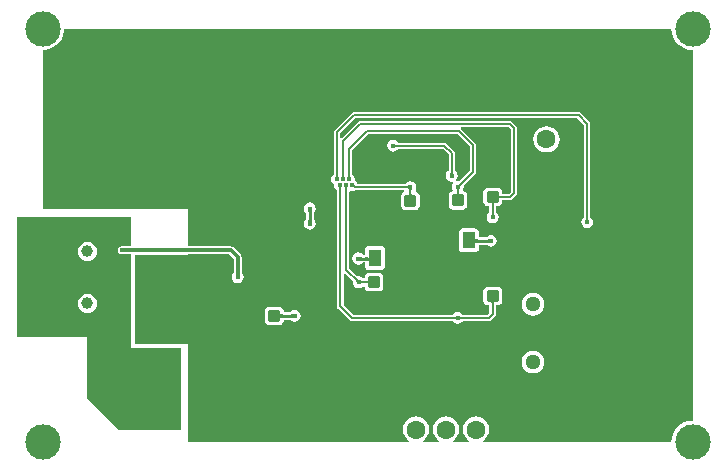
<source format=gbl>
G04*
G04 #@! TF.GenerationSoftware,Altium Limited,Altium Designer,21.0.8 (223)*
G04*
G04 Layer_Physical_Order=2*
G04 Layer_Color=16711680*
%FSLAX24Y24*%
%MOIN*%
G70*
G04*
G04 #@! TF.SameCoordinates,8C0F5777-7222-4B99-86F0-090FC40BF16C*
G04*
G04*
G04 #@! TF.FilePolarity,Positive*
G04*
G01*
G75*
%ADD11C,0.0118*%
G04:AMPARAMS|DCode=12|XSize=37.4mil|YSize=37.4mil|CornerRadius=1.9mil|HoleSize=0mil|Usage=FLASHONLY|Rotation=180.000|XOffset=0mil|YOffset=0mil|HoleType=Round|Shape=RoundedRectangle|*
%AMROUNDEDRECTD12*
21,1,0.0374,0.0337,0,0,180.0*
21,1,0.0337,0.0374,0,0,180.0*
1,1,0.0037,-0.0168,0.0168*
1,1,0.0037,0.0168,0.0168*
1,1,0.0037,0.0168,-0.0168*
1,1,0.0037,-0.0168,-0.0168*
%
%ADD12ROUNDEDRECTD12*%
G04:AMPARAMS|DCode=13|XSize=43.3mil|YSize=55.1mil|CornerRadius=2.2mil|HoleSize=0mil|Usage=FLASHONLY|Rotation=0.000|XOffset=0mil|YOffset=0mil|HoleType=Round|Shape=RoundedRectangle|*
%AMROUNDEDRECTD13*
21,1,0.0433,0.0508,0,0,0.0*
21,1,0.0390,0.0551,0,0,0.0*
1,1,0.0043,0.0195,-0.0254*
1,1,0.0043,-0.0195,-0.0254*
1,1,0.0043,-0.0195,0.0254*
1,1,0.0043,0.0195,0.0254*
%
%ADD13ROUNDEDRECTD13*%
G04:AMPARAMS|DCode=19|XSize=37.4mil|YSize=37.4mil|CornerRadius=1.9mil|HoleSize=0mil|Usage=FLASHONLY|Rotation=90.000|XOffset=0mil|YOffset=0mil|HoleType=Round|Shape=RoundedRectangle|*
%AMROUNDEDRECTD19*
21,1,0.0374,0.0337,0,0,90.0*
21,1,0.0337,0.0374,0,0,90.0*
1,1,0.0037,0.0168,0.0168*
1,1,0.0037,0.0168,-0.0168*
1,1,0.0037,-0.0168,-0.0168*
1,1,0.0037,-0.0168,0.0168*
%
%ADD19ROUNDEDRECTD19*%
%ADD45C,0.0240*%
%ADD46C,0.0065*%
%ADD47C,0.0100*%
%ADD51C,0.0512*%
%ADD52C,0.0630*%
%ADD53C,0.1181*%
%ADD54C,0.0394*%
%ADD55R,0.0630X0.0630*%
%ADD56C,0.0160*%
G36*
X5820Y14764D02*
Y8750D01*
X984D01*
Y9194D01*
Y14055D01*
X1054D01*
X1191Y14082D01*
X1320Y14136D01*
X1436Y14213D01*
X1535Y14312D01*
X1612Y14428D01*
X1666Y14557D01*
X1693Y14694D01*
Y14764D01*
X5820Y14764D01*
D02*
G37*
G36*
X21939Y14625D02*
X21980Y14491D01*
X22046Y14368D01*
X22134Y14260D01*
X22242Y14172D01*
X22365Y14106D01*
X22499Y14065D01*
X22638Y14052D01*
X22638Y1696D01*
X22499Y1683D01*
X22365Y1642D01*
X22242Y1576D01*
X22134Y1488D01*
X22046Y1380D01*
X21980Y1257D01*
X21939Y1123D01*
X21926Y984D01*
X15672D01*
X15655Y1034D01*
X15729Y1091D01*
X15798Y1182D01*
X15842Y1287D01*
X15857Y1400D01*
X15842Y1513D01*
X15798Y1618D01*
X15729Y1709D01*
X15638Y1778D01*
X15533Y1822D01*
X15420Y1837D01*
X15307Y1822D01*
X15202Y1778D01*
X15111Y1709D01*
X15042Y1618D01*
X14998Y1513D01*
X14983Y1400D01*
X14998Y1287D01*
X15042Y1182D01*
X15111Y1091D01*
X15185Y1034D01*
X15168Y984D01*
X14672D01*
X14655Y1034D01*
X14729Y1091D01*
X14798Y1182D01*
X14842Y1287D01*
X14857Y1400D01*
X14842Y1513D01*
X14798Y1618D01*
X14729Y1709D01*
X14638Y1778D01*
X14533Y1822D01*
X14420Y1837D01*
X14307Y1822D01*
X14202Y1778D01*
X14111Y1709D01*
X14042Y1618D01*
X13998Y1513D01*
X13983Y1400D01*
X13998Y1287D01*
X14042Y1182D01*
X14111Y1091D01*
X14185Y1034D01*
X14168Y984D01*
X13672D01*
X13655Y1034D01*
X13729Y1091D01*
X13798Y1182D01*
X13842Y1287D01*
X13857Y1400D01*
X13842Y1513D01*
X13798Y1618D01*
X13729Y1709D01*
X13638Y1778D01*
X13533Y1822D01*
X13420Y1837D01*
X13307Y1822D01*
X13202Y1778D01*
X13111Y1709D01*
X13042Y1618D01*
X12998Y1513D01*
X12983Y1400D01*
X12998Y1287D01*
X13042Y1182D01*
X13111Y1091D01*
X13185Y1034D01*
X13168Y984D01*
X5820D01*
X5820Y4250D01*
X5592D01*
X5590Y4250D01*
X4050Y4250D01*
Y7230D01*
X5820D01*
Y7248D01*
X7195D01*
X7348Y7095D01*
Y6630D01*
X7337Y6623D01*
X7293Y6557D01*
X7278Y6480D01*
X7293Y6403D01*
X7337Y6337D01*
X7403Y6293D01*
X7480Y6278D01*
X7557Y6293D01*
X7623Y6337D01*
X7667Y6403D01*
X7682Y6480D01*
X7667Y6557D01*
X7623Y6623D01*
X7612Y6630D01*
Y7150D01*
X7602Y7201D01*
X7574Y7244D01*
X7344Y7474D01*
X7301Y7502D01*
X7250Y7512D01*
X7250Y7512D01*
X5820D01*
X5820Y14764D01*
X21926Y14764D01*
X21939Y14625D01*
D02*
G37*
G36*
X3925Y8500D02*
Y7512D01*
X3620D01*
X3569Y7502D01*
X3526Y7474D01*
X3498Y7431D01*
X3488Y7380D01*
X3498Y7329D01*
X3526Y7286D01*
X3569Y7258D01*
X3620Y7248D01*
X3925D01*
Y4470D01*
X3925D01*
D01*
X3925Y4130D01*
X5590Y4130D01*
X5590Y1390D01*
X3510D01*
X2440Y2460D01*
Y4470D01*
X132Y4470D01*
Y8500D01*
X3925Y8500D01*
D02*
G37*
%LPC*%
G36*
X17770Y11517D02*
X17657Y11502D01*
X17552Y11458D01*
X17461Y11389D01*
X17392Y11298D01*
X17348Y11193D01*
X17333Y11080D01*
X17348Y10967D01*
X17392Y10862D01*
X17461Y10771D01*
X17552Y10702D01*
X17657Y10658D01*
X17770Y10643D01*
X17883Y10658D01*
X17988Y10702D01*
X18079Y10771D01*
X18148Y10862D01*
X18192Y10967D01*
X18207Y11080D01*
X18192Y11193D01*
X18148Y11298D01*
X18079Y11389D01*
X17988Y11458D01*
X17883Y11502D01*
X17770Y11517D01*
D02*
G37*
G36*
X18840Y11995D02*
X11360D01*
X11319Y11987D01*
X11285Y11965D01*
X11285Y11965D01*
X10715Y11395D01*
X10693Y11361D01*
X10685Y11320D01*
Y9921D01*
X10641Y9892D01*
X10597Y9827D01*
X10582Y9749D01*
X10597Y9672D01*
X10641Y9607D01*
X10687Y9576D01*
X10682Y9549D01*
X10697Y9472D01*
X10741Y9407D01*
X10795Y9371D01*
Y5505D01*
X10803Y5464D01*
X10825Y5430D01*
X11205Y5050D01*
X11240Y5027D01*
X11280Y5019D01*
X14646D01*
X14671Y4982D01*
X14736Y4938D01*
X14814Y4923D01*
X14891Y4938D01*
X14957Y4982D01*
X14982Y5019D01*
X15845D01*
X15885Y5027D01*
X15919Y5050D01*
X16050Y5181D01*
X16050Y5181D01*
X16073Y5215D01*
X16081Y5255D01*
Y5541D01*
X16143D01*
X16197Y5551D01*
X16242Y5581D01*
X16272Y5627D01*
X16283Y5680D01*
Y6017D01*
X16272Y6070D01*
X16242Y6115D01*
X16197Y6146D01*
X16143Y6156D01*
X15807D01*
X15754Y6146D01*
X15708Y6115D01*
X15678Y6070D01*
X15667Y6017D01*
Y5680D01*
X15678Y5627D01*
X15708Y5581D01*
X15754Y5551D01*
X15807Y5541D01*
X15870D01*
Y5299D01*
X15801Y5230D01*
X14982D01*
X14957Y5267D01*
X14891Y5311D01*
X14814Y5327D01*
X14736Y5311D01*
X14671Y5267D01*
X14646Y5230D01*
X11324D01*
X11005Y5548D01*
Y6597D01*
X11055Y6618D01*
X11316Y6358D01*
X11307Y6313D01*
X11322Y6236D01*
X11366Y6171D01*
X11432Y6127D01*
X11509Y6111D01*
X11586Y6127D01*
X11652Y6171D01*
X11661Y6184D01*
X11711Y6169D01*
Y6145D01*
X11721Y6092D01*
X11752Y6047D01*
X11797Y6016D01*
X11850Y6006D01*
X12187D01*
X12240Y6016D01*
X12285Y6047D01*
X12316Y6092D01*
X12326Y6145D01*
Y6482D01*
X12316Y6535D01*
X12285Y6580D01*
X12240Y6611D01*
X12187Y6621D01*
X11850D01*
X11797Y6611D01*
X11752Y6580D01*
X11721Y6535D01*
X11711Y6482D01*
Y6458D01*
X11661Y6443D01*
X11652Y6456D01*
X11586Y6500D01*
X11509Y6515D01*
X11465Y6507D01*
X11195Y6776D01*
Y9315D01*
X11245Y9355D01*
X11284Y9347D01*
X11361Y9363D01*
X11385Y9379D01*
X11393Y9377D01*
X13025D01*
X13030Y9327D01*
X13014Y9324D01*
X12968Y9294D01*
X12938Y9248D01*
X12927Y9195D01*
Y8858D01*
X12938Y8805D01*
X12968Y8760D01*
X13014Y8730D01*
X13067Y8719D01*
X13404D01*
X13457Y8730D01*
X13502Y8760D01*
X13532Y8805D01*
X13543Y8858D01*
Y9195D01*
X13532Y9248D01*
X13502Y9294D01*
X13457Y9324D01*
X13431Y9329D01*
X13407Y9381D01*
X13407Y9383D01*
X13422Y9405D01*
X13437Y9483D01*
X13422Y9560D01*
X13378Y9626D01*
X13313Y9669D01*
X13235Y9685D01*
X13158Y9669D01*
X13092Y9626D01*
X13067Y9588D01*
X11478D01*
X11471Y9627D01*
X11427Y9692D01*
X11381Y9723D01*
X11386Y9749D01*
X11371Y9827D01*
X11327Y9892D01*
X11295Y9913D01*
Y10716D01*
X11824Y11245D01*
X14806D01*
X15215Y10836D01*
Y10029D01*
X14862Y9676D01*
X14818Y9685D01*
X14782Y9678D01*
X14766Y9699D01*
X14757Y9724D01*
X14797Y9783D01*
X14812Y9860D01*
X14797Y9937D01*
X14753Y10003D01*
X14715Y10028D01*
Y10620D01*
X14707Y10660D01*
X14685Y10695D01*
X14445Y10935D01*
X14410Y10957D01*
X14370Y10965D01*
X12828D01*
X12803Y11003D01*
X12737Y11047D01*
X12660Y11062D01*
X12583Y11047D01*
X12517Y11003D01*
X12473Y10937D01*
X12458Y10860D01*
X12473Y10783D01*
X12517Y10717D01*
X12583Y10673D01*
X12660Y10658D01*
X12737Y10673D01*
X12803Y10717D01*
X12828Y10755D01*
X14326D01*
X14505Y10576D01*
Y10028D01*
X14467Y10003D01*
X14423Y9937D01*
X14408Y9860D01*
X14423Y9783D01*
X14467Y9717D01*
X14533Y9673D01*
X14610Y9658D01*
X14646Y9665D01*
X14661Y9644D01*
X14670Y9619D01*
X14631Y9560D01*
X14616Y9483D01*
X14631Y9405D01*
X14639Y9393D01*
X14616Y9338D01*
X14592Y9334D01*
X14547Y9304D01*
X14517Y9258D01*
X14506Y9205D01*
Y8868D01*
X14517Y8815D01*
X14547Y8770D01*
X14592Y8739D01*
X14645Y8729D01*
X14982D01*
X15035Y8739D01*
X15081Y8770D01*
X15111Y8815D01*
X15122Y8868D01*
Y9205D01*
X15111Y9258D01*
X15081Y9304D01*
X15035Y9334D01*
X15019Y9337D01*
X14996Y9393D01*
X15004Y9405D01*
X15020Y9483D01*
X15011Y9527D01*
X15395Y9911D01*
X15395Y9911D01*
X15417Y9945D01*
X15425Y9985D01*
X15425Y9985D01*
Y10880D01*
X15417Y10920D01*
X15395Y10955D01*
X15395Y10955D01*
X14925Y11425D01*
X14909Y11435D01*
X14925Y11485D01*
X16496D01*
X16575Y11406D01*
Y9324D01*
X16515Y9265D01*
X16283D01*
Y9327D01*
X16272Y9381D01*
X16242Y9426D01*
X16197Y9456D01*
X16143Y9467D01*
X15807D01*
X15754Y9456D01*
X15708Y9426D01*
X15678Y9381D01*
X15667Y9327D01*
Y8991D01*
X15678Y8937D01*
X15708Y8892D01*
X15754Y8862D01*
X15807Y8851D01*
X15870D01*
Y8647D01*
X15832Y8622D01*
X15789Y8556D01*
X15773Y8479D01*
X15789Y8401D01*
X15832Y8336D01*
X15898Y8292D01*
X15975Y8277D01*
X16052Y8292D01*
X16118Y8336D01*
X16162Y8401D01*
X16177Y8479D01*
X16162Y8556D01*
X16118Y8622D01*
X16081Y8647D01*
Y8851D01*
X16143D01*
X16197Y8862D01*
X16242Y8892D01*
X16272Y8937D01*
X16283Y8991D01*
Y9054D01*
X16559D01*
X16599Y9062D01*
X16634Y9085D01*
X16755Y9205D01*
X16777Y9240D01*
X16785Y9280D01*
X16785Y9280D01*
Y11450D01*
X16785Y11450D01*
X16777Y11490D01*
X16755Y11525D01*
X16615Y11665D01*
X16580Y11687D01*
X16540Y11695D01*
X11570D01*
X11570Y11695D01*
X11530Y11687D01*
X11495Y11665D01*
X10945Y11114D01*
X10895Y11135D01*
Y11277D01*
X11403Y11785D01*
X18796D01*
X19022Y11559D01*
Y8483D01*
X18985Y8458D01*
X18941Y8393D01*
X18926Y8316D01*
X18941Y8238D01*
X18985Y8173D01*
X19050Y8129D01*
X19128Y8114D01*
X19205Y8129D01*
X19271Y8173D01*
X19314Y8238D01*
X19330Y8316D01*
X19314Y8393D01*
X19271Y8458D01*
X19233Y8483D01*
Y11602D01*
X19233Y11602D01*
X19225Y11643D01*
X19202Y11677D01*
X19202Y11677D01*
X18915Y11965D01*
X18880Y11987D01*
X18840Y11995D01*
D02*
G37*
G36*
X9882Y8970D02*
X9805Y8955D01*
X9739Y8911D01*
X9695Y8845D01*
X9680Y8768D01*
X9695Y8691D01*
X9739Y8625D01*
X9759Y8612D01*
Y8417D01*
X9739Y8403D01*
X9695Y8338D01*
X9680Y8261D01*
X9695Y8183D01*
X9739Y8118D01*
X9805Y8074D01*
X9882Y8059D01*
X9959Y8074D01*
X10025Y8118D01*
X10069Y8183D01*
X10084Y8261D01*
X10069Y8338D01*
X10025Y8403D01*
X10005Y8417D01*
Y8612D01*
X10025Y8625D01*
X10069Y8691D01*
X10084Y8768D01*
X10069Y8845D01*
X10025Y8911D01*
X9959Y8955D01*
X9882Y8970D01*
D02*
G37*
G36*
X15376Y8107D02*
X14986D01*
X14931Y8096D01*
X14885Y8065D01*
X14854Y8019D01*
X14843Y7964D01*
Y7457D01*
X14854Y7402D01*
X14885Y7356D01*
X14931Y7325D01*
X14986Y7314D01*
X15376D01*
X15430Y7325D01*
X15476Y7356D01*
X15507Y7402D01*
X15518Y7457D01*
Y7568D01*
X15760D01*
X15773Y7549D01*
X15839Y7505D01*
X15916Y7489D01*
X15993Y7505D01*
X16059Y7549D01*
X16103Y7614D01*
X16118Y7691D01*
X16103Y7769D01*
X16059Y7834D01*
X15993Y7878D01*
X15916Y7893D01*
X15839Y7878D01*
X15773Y7834D01*
X15760Y7815D01*
X15518D01*
Y7964D01*
X15507Y8019D01*
X15476Y8065D01*
X15430Y8096D01*
X15376Y8107D01*
D02*
G37*
G36*
X12243Y7517D02*
X11853D01*
X11799Y7506D01*
X11752Y7475D01*
X11721Y7429D01*
X11711Y7374D01*
Y7224D01*
X11653D01*
X11640Y7244D01*
X11574Y7287D01*
X11497Y7303D01*
X11420Y7287D01*
X11354Y7244D01*
X11310Y7178D01*
X11295Y7101D01*
X11310Y7023D01*
X11354Y6958D01*
X11420Y6914D01*
X11497Y6899D01*
X11574Y6914D01*
X11640Y6958D01*
X11653Y6978D01*
X11711D01*
Y6867D01*
X11721Y6812D01*
X11752Y6766D01*
X11799Y6735D01*
X11853Y6724D01*
X12243D01*
X12297Y6735D01*
X12344Y6766D01*
X12375Y6812D01*
X12385Y6867D01*
Y7374D01*
X12375Y7429D01*
X12344Y7475D01*
X12297Y7506D01*
X12243Y7517D01*
D02*
G37*
G36*
X17324Y5954D02*
X17226Y5941D01*
X17135Y5903D01*
X17057Y5844D01*
X16997Y5765D01*
X16959Y5674D01*
X16947Y5577D01*
X16959Y5479D01*
X16997Y5388D01*
X17057Y5310D01*
X17135Y5250D01*
X17226Y5212D01*
X17324Y5200D01*
X17421Y5212D01*
X17512Y5250D01*
X17591Y5310D01*
X17650Y5388D01*
X17688Y5479D01*
X17701Y5577D01*
X17688Y5674D01*
X17650Y5765D01*
X17591Y5844D01*
X17512Y5903D01*
X17421Y5941D01*
X17324Y5954D01*
D02*
G37*
G36*
X8867Y5499D02*
X8530D01*
X8477Y5489D01*
X8431Y5458D01*
X8401Y5413D01*
X8391Y5360D01*
Y5023D01*
X8401Y4970D01*
X8431Y4924D01*
X8477Y4894D01*
X8530Y4884D01*
X8867D01*
X8920Y4894D01*
X8965Y4924D01*
X8996Y4970D01*
X9006Y5023D01*
Y5068D01*
X9225D01*
X9238Y5049D01*
X9303Y5005D01*
X9381Y4989D01*
X9458Y5005D01*
X9524Y5049D01*
X9567Y5114D01*
X9583Y5191D01*
X9567Y5269D01*
X9524Y5334D01*
X9458Y5378D01*
X9381Y5393D01*
X9303Y5378D01*
X9238Y5334D01*
X9225Y5315D01*
X9006D01*
Y5360D01*
X8996Y5413D01*
X8965Y5458D01*
X8920Y5489D01*
X8867Y5499D01*
D02*
G37*
G36*
X17324Y4033D02*
X17226Y4020D01*
X17135Y3982D01*
X17057Y3922D01*
X16997Y3844D01*
X16959Y3753D01*
X16947Y3656D01*
X16959Y3558D01*
X16997Y3467D01*
X17057Y3389D01*
X17135Y3329D01*
X17226Y3291D01*
X17324Y3278D01*
X17421Y3291D01*
X17512Y3329D01*
X17591Y3389D01*
X17650Y3467D01*
X17688Y3558D01*
X17701Y3656D01*
X17688Y3753D01*
X17650Y3844D01*
X17591Y3922D01*
X17512Y3982D01*
X17421Y4020D01*
X17324Y4033D01*
D02*
G37*
%LPD*%
G36*
X12722Y10912D02*
X12727Y10908D01*
X12733Y10904D01*
X12738Y10901D01*
X12745Y10898D01*
X12751Y10896D01*
X12758Y10895D01*
X12765Y10893D01*
X12773Y10893D01*
X12781Y10892D01*
Y10827D01*
X12773Y10827D01*
X12765Y10827D01*
X12758Y10825D01*
X12751Y10824D01*
X12745Y10822D01*
X12738Y10819D01*
X12733Y10816D01*
X12727Y10812D01*
X12722Y10808D01*
X12717Y10804D01*
Y10916D01*
X12722Y10912D01*
D02*
G37*
G36*
X14643Y9973D02*
X14643Y9965D01*
X14645Y9958D01*
X14646Y9951D01*
X14648Y9945D01*
X14651Y9938D01*
X14654Y9933D01*
X14658Y9927D01*
X14662Y9922D01*
X14666Y9917D01*
X14554D01*
X14558Y9922D01*
X14562Y9927D01*
X14566Y9933D01*
X14569Y9938D01*
X14572Y9945D01*
X14574Y9951D01*
X14575Y9958D01*
X14577Y9965D01*
X14577Y9973D01*
X14577Y9981D01*
X14642D01*
X14643Y9973D01*
D02*
G37*
G36*
X11222Y9868D02*
X11223Y9860D01*
X11223Y9852D01*
X11224Y9845D01*
X11226Y9838D01*
X11228Y9831D01*
X11230Y9825D01*
X11233Y9818D01*
X11236Y9813D01*
X11240Y9807D01*
X11244Y9802D01*
X11132Y9811D01*
X11137Y9815D01*
X11141Y9820D01*
X11145Y9825D01*
X11148Y9831D01*
X11151Y9837D01*
X11153Y9843D01*
X11155Y9850D01*
X11157Y9857D01*
X11157Y9865D01*
X11157Y9873D01*
X11222Y9868D01*
D02*
G37*
G36*
X11022D02*
X11023Y9860D01*
X11023Y9852D01*
X11024Y9845D01*
X11026Y9838D01*
X11028Y9831D01*
X11030Y9825D01*
X11033Y9818D01*
X11036Y9813D01*
X11040Y9807D01*
X11044Y9802D01*
X10932Y9811D01*
X10937Y9815D01*
X10941Y9820D01*
X10945Y9825D01*
X10948Y9831D01*
X10951Y9837D01*
X10953Y9843D01*
X10955Y9850D01*
X10956Y9857D01*
X10957Y9865D01*
X10957Y9873D01*
X11022Y9868D01*
D02*
G37*
G36*
X10822D02*
X10823Y9860D01*
X10823Y9852D01*
X10824Y9845D01*
X10826Y9838D01*
X10828Y9831D01*
X10830Y9825D01*
X10833Y9818D01*
X10836Y9813D01*
X10840Y9807D01*
X10844Y9802D01*
X10732Y9811D01*
X10737Y9815D01*
X10741Y9820D01*
X10745Y9825D01*
X10748Y9831D01*
X10751Y9837D01*
X10753Y9843D01*
X10755Y9850D01*
X10756Y9857D01*
X10757Y9865D01*
X10757Y9873D01*
X10822Y9868D01*
D02*
G37*
G36*
X14926Y9545D02*
X14921Y9539D01*
X14916Y9534D01*
X14911Y9528D01*
X14908Y9522D01*
X14905Y9515D01*
X14902Y9509D01*
X14900Y9503D01*
X14899Y9496D01*
X14898Y9490D01*
X14898Y9483D01*
X14818Y9563D01*
X14825Y9563D01*
X14831Y9564D01*
X14838Y9565D01*
X14844Y9567D01*
X14850Y9570D01*
X14856Y9573D01*
X14862Y9577D01*
X14868Y9581D01*
X14874Y9586D01*
X14880Y9591D01*
X14926Y9545D01*
D02*
G37*
G36*
X11361Y9573D02*
X11363Y9568D01*
X11370Y9558D01*
X11373Y9552D01*
X11382Y9541D01*
X11392Y9530D01*
X11397Y9524D01*
X11370Y9460D01*
X11365Y9465D01*
X11359Y9469D01*
X11354Y9473D01*
X11348Y9475D01*
X11342Y9477D01*
X11337Y9479D01*
X11331Y9479D01*
X11326Y9479D01*
X11320Y9477D01*
X11315Y9476D01*
X11359Y9579D01*
X11361Y9573D01*
D02*
G37*
G36*
X13178Y9427D02*
X13173Y9431D01*
X13168Y9435D01*
X13163Y9439D01*
X13157Y9442D01*
X13151Y9444D01*
X13144Y9446D01*
X13137Y9448D01*
X13130Y9449D01*
X13122Y9450D01*
X13114Y9450D01*
Y9515D01*
X13122Y9515D01*
X13130Y9516D01*
X13137Y9517D01*
X13144Y9519D01*
X13151Y9521D01*
X13157Y9524D01*
X13163Y9527D01*
X13168Y9530D01*
X13173Y9534D01*
X13178Y9539D01*
Y9427D01*
D02*
G37*
G36*
X11140Y9492D02*
X11136Y9486D01*
X11133Y9480D01*
X11130Y9474D01*
X11128Y9468D01*
X11126Y9461D01*
X11124Y9454D01*
X11123Y9447D01*
X11123Y9439D01*
X11122Y9431D01*
X11057Y9426D01*
X11057Y9434D01*
X11056Y9442D01*
X11055Y9449D01*
X11053Y9456D01*
X11051Y9462D01*
X11048Y9468D01*
X11045Y9474D01*
X11041Y9479D01*
X11037Y9484D01*
X11032Y9488D01*
X11144Y9497D01*
X11140Y9492D01*
D02*
G37*
G36*
X10947Y9499D02*
X10944Y9494D01*
X10941Y9488D01*
X10939Y9481D01*
X10937Y9475D01*
X10935Y9468D01*
X10934Y9461D01*
X10933Y9453D01*
X10933Y9438D01*
X10868Y9423D01*
X10867Y9431D01*
X10866Y9439D01*
X10865Y9446D01*
X10863Y9453D01*
X10861Y9459D01*
X10858Y9464D01*
X10854Y9470D01*
X10850Y9474D01*
X10846Y9479D01*
X10841Y9482D01*
X10950Y9505D01*
X10947Y9499D01*
D02*
G37*
G36*
X14869Y9421D02*
X14865Y9416D01*
X14862Y9410D01*
X14858Y9404D01*
X14856Y9398D01*
X14854Y9391D01*
X14852Y9385D01*
X14851Y9377D01*
X14850Y9370D01*
X14850Y9362D01*
X14785D01*
X14785Y9370D01*
X14784Y9377D01*
X14783Y9385D01*
X14781Y9391D01*
X14779Y9398D01*
X14777Y9404D01*
X14774Y9410D01*
X14770Y9416D01*
X14766Y9421D01*
X14762Y9426D01*
X14874D01*
X14869Y9421D01*
D02*
G37*
G36*
X13287D02*
X13283Y9416D01*
X13279Y9410D01*
X13276Y9404D01*
X13274Y9398D01*
X13271Y9391D01*
X13270Y9385D01*
X13269Y9377D01*
X13268Y9370D01*
X13268Y9362D01*
X13203D01*
X13202Y9370D01*
X13202Y9377D01*
X13201Y9385D01*
X13199Y9391D01*
X13197Y9398D01*
X13194Y9404D01*
X13191Y9410D01*
X13188Y9416D01*
X13184Y9421D01*
X13179Y9426D01*
X13291D01*
X13287Y9421D01*
D02*
G37*
G36*
X14850Y9276D02*
X14851Y9265D01*
X14853Y9255D01*
X14855Y9247D01*
X14858Y9239D01*
X14862Y9233D01*
X14866Y9229D01*
X14871Y9225D01*
X14876Y9223D01*
X14883Y9223D01*
X14753D01*
X14759Y9223D01*
X14764Y9225D01*
X14769Y9229D01*
X14773Y9233D01*
X14777Y9239D01*
X14780Y9247D01*
X14782Y9255D01*
X14784Y9265D01*
X14785Y9276D01*
X14785Y9289D01*
X14850D01*
X14850Y9276D01*
D02*
G37*
G36*
X13268Y9266D02*
X13269Y9255D01*
X13271Y9245D01*
X13273Y9237D01*
X13276Y9229D01*
X13279Y9223D01*
X13284Y9219D01*
X13289Y9215D01*
X13294Y9213D01*
X13300Y9213D01*
X13170D01*
X13176Y9213D01*
X13182Y9215D01*
X13187Y9219D01*
X13191Y9223D01*
X13195Y9229D01*
X13198Y9237D01*
X13200Y9245D01*
X13201Y9255D01*
X13202Y9266D01*
X13203Y9279D01*
X13268D01*
X13268Y9266D01*
D02*
G37*
G36*
X16162Y9218D02*
X16164Y9212D01*
X16167Y9208D01*
X16172Y9203D01*
X16178Y9200D01*
X16185Y9197D01*
X16194Y9195D01*
X16204Y9193D01*
X16215Y9192D01*
X16227Y9192D01*
Y9127D01*
X16215Y9126D01*
X16204Y9125D01*
X16194Y9124D01*
X16185Y9121D01*
X16178Y9119D01*
X16172Y9115D01*
X16167Y9111D01*
X16164Y9106D01*
X16162Y9100D01*
X16161Y9094D01*
Y9224D01*
X16162Y9218D01*
D02*
G37*
G36*
X16034Y8972D02*
X16028Y8970D01*
X16024Y8967D01*
X16019Y8963D01*
X16016Y8957D01*
X16013Y8949D01*
X16011Y8941D01*
X16009Y8931D01*
X16008Y8919D01*
X16008Y8907D01*
X15943D01*
X15942Y8919D01*
X15941Y8931D01*
X15940Y8941D01*
X15937Y8949D01*
X15935Y8957D01*
X15931Y8963D01*
X15927Y8967D01*
X15922Y8970D01*
X15916Y8972D01*
X15910Y8973D01*
X16040D01*
X16034Y8972D01*
D02*
G37*
G36*
X16008Y8592D02*
X16009Y8584D01*
X16010Y8577D01*
X16011Y8570D01*
X16014Y8563D01*
X16016Y8557D01*
X16019Y8551D01*
X16023Y8546D01*
X16027Y8541D01*
X16031Y8536D01*
X15919D01*
X15924Y8541D01*
X15928Y8546D01*
X15931Y8551D01*
X15934Y8557D01*
X15937Y8563D01*
X15939Y8570D01*
X15941Y8577D01*
X15942Y8584D01*
X15942Y8592D01*
X15943Y8600D01*
X16008D01*
X16008Y8592D01*
D02*
G37*
G36*
X19160Y8429D02*
X19161Y8421D01*
X19162Y8414D01*
X19164Y8407D01*
X19166Y8400D01*
X19169Y8394D01*
X19172Y8388D01*
X19175Y8383D01*
X19179Y8378D01*
X19184Y8373D01*
X19072D01*
X19076Y8378D01*
X19080Y8383D01*
X19084Y8388D01*
X19087Y8394D01*
X19089Y8400D01*
X19091Y8407D01*
X19093Y8414D01*
X19094Y8421D01*
X19095Y8429D01*
X19095Y8437D01*
X19160D01*
X19160Y8429D01*
D02*
G37*
G36*
X11452Y6417D02*
X11458Y6412D01*
X11464Y6407D01*
X11470Y6404D01*
X11476Y6400D01*
X11482Y6398D01*
X11489Y6396D01*
X11495Y6394D01*
X11501Y6394D01*
X11508Y6393D01*
X11429Y6314D01*
X11429Y6321D01*
X11428Y6327D01*
X11426Y6334D01*
X11424Y6340D01*
X11422Y6346D01*
X11419Y6352D01*
X11415Y6358D01*
X11411Y6364D01*
X11406Y6370D01*
X11400Y6376D01*
X11446Y6422D01*
X11452Y6417D01*
D02*
G37*
G36*
X11571Y6365D02*
X11576Y6361D01*
X11581Y6357D01*
X11587Y6354D01*
X11593Y6352D01*
X11600Y6350D01*
X11607Y6348D01*
X11614Y6347D01*
X11622Y6346D01*
X11630Y6346D01*
Y6281D01*
X11622Y6281D01*
X11614Y6280D01*
X11607Y6279D01*
X11600Y6277D01*
X11593Y6275D01*
X11587Y6272D01*
X11581Y6269D01*
X11576Y6266D01*
X11571Y6262D01*
X11566Y6257D01*
Y6369D01*
X11571Y6365D01*
D02*
G37*
G36*
X11832Y6248D02*
X11832Y6255D01*
X11830Y6260D01*
X11826Y6265D01*
X11822Y6269D01*
X11816Y6273D01*
X11809Y6276D01*
X11800Y6278D01*
X11790Y6280D01*
X11779Y6281D01*
X11766Y6281D01*
Y6346D01*
X11779Y6346D01*
X11790Y6347D01*
X11800Y6349D01*
X11809Y6351D01*
X11816Y6354D01*
X11822Y6358D01*
X11826Y6362D01*
X11830Y6367D01*
X11832Y6372D01*
X11832Y6378D01*
Y6248D01*
D02*
G37*
G36*
X16034Y5662D02*
X16028Y5660D01*
X16024Y5656D01*
X16019Y5652D01*
X16016Y5646D01*
X16013Y5638D01*
X16011Y5630D01*
X16009Y5620D01*
X16008Y5609D01*
X16008Y5596D01*
X15943D01*
X15942Y5609D01*
X15941Y5620D01*
X15940Y5630D01*
X15937Y5638D01*
X15935Y5646D01*
X15931Y5652D01*
X15927Y5656D01*
X15922Y5660D01*
X15916Y5662D01*
X15910Y5662D01*
X16040D01*
X16034Y5662D01*
D02*
G37*
G36*
X14876Y5176D02*
X14881Y5172D01*
X14886Y5169D01*
X14892Y5166D01*
X14898Y5163D01*
X14905Y5161D01*
X14912Y5159D01*
X14919Y5158D01*
X14927Y5157D01*
X14935Y5157D01*
Y5092D01*
X14927Y5092D01*
X14919Y5091D01*
X14912Y5090D01*
X14905Y5088D01*
X14898Y5086D01*
X14892Y5084D01*
X14886Y5081D01*
X14881Y5077D01*
X14876Y5073D01*
X14871Y5069D01*
Y5181D01*
X14876Y5176D01*
D02*
G37*
G36*
X14757Y5069D02*
X14752Y5073D01*
X14747Y5077D01*
X14741Y5081D01*
X14735Y5084D01*
X14729Y5086D01*
X14723Y5088D01*
X14716Y5090D01*
X14708Y5091D01*
X14701Y5092D01*
X14693Y5092D01*
Y5157D01*
X14701Y5157D01*
X14708Y5158D01*
X14716Y5159D01*
X14723Y5161D01*
X14729Y5163D01*
X14735Y5166D01*
X14741Y5169D01*
X14747Y5172D01*
X14752Y5176D01*
X14757Y5181D01*
Y5069D01*
D02*
G37*
G36*
X9937Y8709D02*
X9936Y8707D01*
X9935Y8704D01*
X9934Y8700D01*
X9934Y8695D01*
X9933Y8682D01*
X9932Y8658D01*
X9832D01*
X9832Y8667D01*
X9830Y8700D01*
X9829Y8704D01*
X9828Y8707D01*
X9827Y8709D01*
X9826Y8711D01*
X9938D01*
X9937Y8709D01*
D02*
G37*
G36*
X9932Y8362D02*
X9934Y8329D01*
X9935Y8325D01*
X9936Y8322D01*
X9937Y8319D01*
X9938Y8318D01*
X9826D01*
X9827Y8319D01*
X9828Y8322D01*
X9829Y8325D01*
X9830Y8329D01*
X9831Y8334D01*
X9832Y8346D01*
X9832Y8371D01*
X9932D01*
X9932Y8362D01*
D02*
G37*
G36*
X15859Y7635D02*
X15857Y7636D01*
X15855Y7638D01*
X15852Y7638D01*
X15848Y7639D01*
X15843Y7640D01*
X15830Y7641D01*
X15806Y7641D01*
Y7741D01*
X15815Y7741D01*
X15848Y7743D01*
X15852Y7744D01*
X15855Y7745D01*
X15857Y7746D01*
X15859Y7747D01*
Y7635D01*
D02*
G37*
G36*
X15398Y7782D02*
X15401Y7773D01*
X15406Y7766D01*
X15413Y7759D01*
X15422Y7754D01*
X15433Y7749D01*
X15446Y7746D01*
X15461Y7743D01*
X15479Y7742D01*
X15498Y7741D01*
Y7641D01*
X15479Y7641D01*
X15461Y7639D01*
X15446Y7637D01*
X15433Y7633D01*
X15422Y7629D01*
X15413Y7623D01*
X15406Y7617D01*
X15401Y7609D01*
X15398Y7601D01*
X15397Y7591D01*
Y7791D01*
X15398Y7782D01*
D02*
G37*
G36*
X11556Y7156D02*
X11558Y7155D01*
X11561Y7154D01*
X11565Y7153D01*
X11570Y7152D01*
X11583Y7151D01*
X11607Y7151D01*
Y7051D01*
X11598Y7051D01*
X11565Y7049D01*
X11561Y7048D01*
X11558Y7047D01*
X11556Y7046D01*
X11554Y7045D01*
Y7157D01*
X11556Y7156D01*
D02*
G37*
G36*
X11832Y7001D02*
X11831Y7010D01*
X11828Y7019D01*
X11823Y7026D01*
X11816Y7033D01*
X11807Y7038D01*
X11796Y7043D01*
X11783Y7046D01*
X11767Y7049D01*
X11750Y7050D01*
X11731Y7051D01*
Y7151D01*
X11750Y7151D01*
X11767Y7153D01*
X11783Y7155D01*
X11796Y7159D01*
X11807Y7163D01*
X11816Y7169D01*
X11823Y7175D01*
X11828Y7183D01*
X11831Y7191D01*
X11832Y7201D01*
Y7001D01*
D02*
G37*
G36*
X9324Y5135D02*
X9322Y5136D01*
X9320Y5138D01*
X9316Y5138D01*
X9312Y5139D01*
X9307Y5140D01*
X9295Y5141D01*
X9270Y5141D01*
Y5241D01*
X9279Y5241D01*
X9312Y5243D01*
X9316Y5244D01*
X9320Y5245D01*
X9322Y5246D01*
X9324Y5247D01*
Y5135D01*
D02*
G37*
G36*
X8885Y5282D02*
X8889Y5273D01*
X8894Y5266D01*
X8901Y5259D01*
X8910Y5254D01*
X8921Y5249D01*
X8934Y5246D01*
X8949Y5243D01*
X8966Y5242D01*
X8986Y5241D01*
Y5141D01*
X8966Y5141D01*
X8949Y5139D01*
X8934Y5137D01*
X8921Y5133D01*
X8910Y5129D01*
X8901Y5123D01*
X8894Y5117D01*
X8889Y5109D01*
X8885Y5101D01*
X8884Y5091D01*
Y5291D01*
X8885Y5282D01*
D02*
G37*
%LPC*%
G36*
X2468Y7655D02*
X2386Y7644D01*
X2310Y7612D01*
X2244Y7562D01*
X2193Y7496D01*
X2162Y7419D01*
X2151Y7337D01*
X2162Y7255D01*
X2193Y7178D01*
X2244Y7112D01*
X2310Y7062D01*
X2386Y7030D01*
X2468Y7019D01*
X2551Y7030D01*
X2627Y7062D01*
X2693Y7112D01*
X2744Y7178D01*
X2775Y7255D01*
X2786Y7337D01*
X2775Y7419D01*
X2744Y7496D01*
X2693Y7562D01*
X2627Y7612D01*
X2551Y7644D01*
X2468Y7655D01*
D02*
G37*
G36*
Y5922D02*
X2386Y5912D01*
X2310Y5880D01*
X2244Y5829D01*
X2193Y5764D01*
X2162Y5687D01*
X2151Y5605D01*
X2162Y5523D01*
X2193Y5446D01*
X2244Y5380D01*
X2310Y5330D01*
X2386Y5298D01*
X2468Y5287D01*
X2551Y5298D01*
X2627Y5330D01*
X2693Y5380D01*
X2744Y5446D01*
X2775Y5523D01*
X2786Y5605D01*
X2775Y5687D01*
X2744Y5764D01*
X2693Y5829D01*
X2627Y5880D01*
X2551Y5912D01*
X2468Y5922D01*
D02*
G37*
%LPD*%
D11*
X6520Y7380D02*
X7250D01*
X3620D02*
X6520D01*
X7250D02*
X7480Y7150D01*
Y6480D02*
Y7150D01*
D12*
X12589Y6313D02*
D03*
X12019D02*
D03*
X8698Y5191D02*
D03*
X8128D02*
D03*
D13*
X12048Y7121D02*
D03*
X12737D02*
D03*
X14492Y7711D02*
D03*
X15181D02*
D03*
D19*
X15975Y6419D02*
D03*
Y5848D02*
D03*
X13235Y9027D02*
D03*
Y8456D02*
D03*
X14814Y8466D02*
D03*
Y9037D02*
D03*
X15975Y9730D02*
D03*
Y9159D02*
D03*
D45*
X9882Y9209D02*
D03*
D46*
X11090Y6732D02*
Y9560D01*
X11509Y6313D02*
X12019D01*
X11090Y6732D02*
X11509Y6313D01*
X15845Y5125D02*
X15975Y5255D01*
Y5848D01*
X11280Y5125D02*
X14814D01*
X10900Y5505D02*
Y9550D01*
Y5505D02*
X11280Y5125D01*
X10890Y9560D02*
X10900Y9550D01*
X11290Y9560D02*
X11316D01*
X11393Y9483D02*
X13235D01*
X11316Y9560D02*
X11393Y9483D01*
X11190Y9760D02*
Y10760D01*
X11780Y11350D01*
X14850D01*
X15320Y10880D01*
Y9985D02*
Y10880D01*
X14818Y9483D02*
X15320Y9985D01*
X15975Y9159D02*
X16559D01*
X16680Y9280D02*
Y11450D01*
X16559Y9159D02*
X16680Y9280D01*
X10990Y11010D02*
X11570Y11590D01*
X10990Y9760D02*
Y11010D01*
X11570Y11590D02*
X16540D01*
X16680Y11450D01*
X11360Y11890D02*
X18840D01*
X10790Y9760D02*
Y11320D01*
X11360Y11890D01*
X18840D02*
X19128Y11602D01*
Y8316D02*
Y11602D01*
X12660Y10860D02*
X14370D01*
X14610Y9860D02*
Y10620D01*
X14370Y10860D02*
X14610Y10620D01*
X14818Y9040D02*
Y9483D01*
X14814Y9037D02*
X14818Y9040D01*
X13235Y9027D02*
Y9483D01*
X15975Y8479D02*
Y9159D01*
X14814Y5125D02*
X15845D01*
D47*
X11497Y7101D02*
X12028D01*
X12048Y7121D01*
X9882Y8261D02*
Y8768D01*
X15200Y7691D02*
X15916D01*
X15181Y7711D02*
X15200Y7691D01*
X8698Y5191D02*
X8698Y5191D01*
X9381D01*
D51*
X17324Y3656D02*
D03*
Y5577D02*
D03*
D52*
X17770Y11080D02*
D03*
X16420Y1400D02*
D03*
X15420D02*
D03*
X14420D02*
D03*
X13420D02*
D03*
D53*
X22638Y984D02*
D03*
X984Y984D02*
D03*
X22638Y14764D02*
D03*
X984D02*
D03*
D54*
X2468Y5605D02*
D03*
Y7337D02*
D03*
D55*
X17770Y14080D02*
D03*
D56*
X11509Y6313D02*
D03*
X13420Y7835D02*
D03*
X2520Y10700D02*
D03*
X2320D02*
D03*
X2120D02*
D03*
X13420Y6980D02*
D03*
X3520Y7580D02*
D03*
X3320D02*
D03*
X3120D02*
D03*
X3220Y7380D02*
D03*
X3420D02*
D03*
X3620D02*
D03*
X11284Y9549D02*
D03*
X10884D02*
D03*
X10784Y9749D02*
D03*
X10984D02*
D03*
X11184D02*
D03*
X11084Y9549D02*
D03*
X9882Y8261D02*
D03*
X12660Y10860D02*
D03*
X14610Y9860D02*
D03*
X13425Y9935D02*
D03*
X14818Y9483D02*
D03*
X13235D02*
D03*
X11497Y7101D02*
D03*
X14814Y5125D02*
D03*
X14627Y6247D02*
D03*
X15916Y7691D02*
D03*
X15975Y8479D02*
D03*
X9882Y8768D02*
D03*
X4996Y3405D02*
D03*
X19128Y8316D02*
D03*
X4990Y2440D02*
D03*
X7480Y6480D02*
D03*
X9444Y6215D02*
D03*
Y5447D02*
D03*
X7654Y11802D02*
D03*
X11977Y10769D02*
D03*
X9381Y5191D02*
D03*
X6802Y6471D02*
D03*
X9444Y7239D02*
D03*
Y7494D02*
D03*
M02*

</source>
